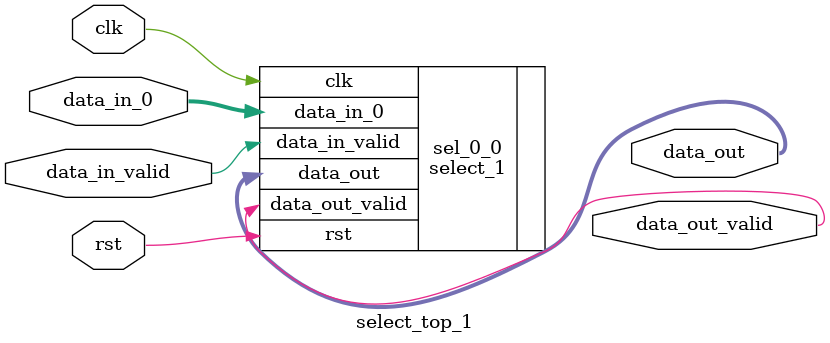
<source format=v>

module select_top_1 #
(
  parameter DATA_WIDTH = 32
)
(
  input clk,
  input rst,
  input [1-1:0] data_in_valid,
  input [DATA_WIDTH-1:0] data_in_0,
  output [DATA_WIDTH-1:0] data_out,
  output data_out_valid
);


  select_1
  #(
    .DATA_WIDTH(DATA_WIDTH)
  )
  sel_0_0
  (
    .clk(clk),
    .rst(rst),
    .data_in_valid(data_in_valid),
    .data_in_0(data_in_0),
    .data_out_valid(data_out_valid),
    .data_out(data_out)
  );


endmodule

</source>
